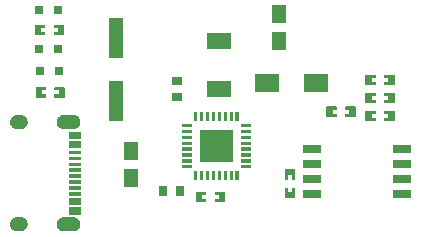
<source format=gtp>
G04*
G04 #@! TF.GenerationSoftware,Altium Limited,Altium Designer,20.2.6 (244)*
G04*
G04 Layer_Color=8421504*
%FSLAX25Y25*%
%MOIN*%
G70*
G04*
G04 #@! TF.SameCoordinates,3D68E59D-D58F-4EE4-A00C-4EB088E58223*
G04*
G04*
G04 #@! TF.FilePolarity,Positive*
G04*
G01*
G75*
%ADD17R,0.04724X0.13780*%
%ADD18R,0.05000X0.06000*%
%ADD19R,0.03543X0.03150*%
%ADD20R,0.08346X0.05512*%
%ADD21R,0.03150X0.03150*%
%ADD22R,0.07874X0.06272*%
%ADD23R,0.05906X0.03000*%
%ADD24R,0.03150X0.03543*%
G36*
X178477Y366310D02*
Y365357D01*
X177020D01*
Y364058D01*
X178477D01*
Y363160D01*
X178280Y362963D01*
X175130D01*
X174934Y363160D01*
Y366310D01*
X175130Y366507D01*
X178280D01*
X178477Y366310D01*
D02*
G37*
G36*
X184737Y366310D02*
Y363160D01*
X184540Y362963D01*
X181390D01*
X181193Y363160D01*
Y364113D01*
X182650D01*
Y365412D01*
X181193D01*
Y366310D01*
X181390Y366507D01*
X184540D01*
X184737Y366310D01*
D02*
G37*
G36*
X288642Y349575D02*
Y348622D01*
X287185D01*
Y347323D01*
X288642D01*
Y346425D01*
X288445Y346228D01*
X285295D01*
X285098Y346425D01*
Y349575D01*
X285295Y349772D01*
X288445D01*
X288642Y349575D01*
D02*
G37*
G36*
X294902Y349575D02*
Y346425D01*
X294705Y346228D01*
X291555D01*
X291358Y346425D01*
Y347378D01*
X292815D01*
Y348677D01*
X291358D01*
Y349575D01*
X291555Y349772D01*
X294705D01*
X294902Y349575D01*
D02*
G37*
G36*
X178733Y345510D02*
Y344557D01*
X177276D01*
Y343258D01*
X178733D01*
Y342360D01*
X178536Y342163D01*
X175387D01*
X175190Y342360D01*
Y345510D01*
X175387Y345707D01*
X178536D01*
X178733Y345510D01*
D02*
G37*
G36*
X184993Y345510D02*
Y342360D01*
X184796Y342163D01*
X181647D01*
X181450Y342360D01*
Y343313D01*
X182906D01*
Y344612D01*
X181450D01*
Y345510D01*
X181647Y345707D01*
X184796D01*
X184993Y345510D01*
D02*
G37*
G36*
X288642Y343575D02*
Y342622D01*
X287185D01*
Y341323D01*
X288642D01*
Y340425D01*
X288445Y340228D01*
X285295D01*
X285098Y340425D01*
Y343575D01*
X285295Y343772D01*
X288445D01*
X288642Y343575D01*
D02*
G37*
G36*
X294902Y343575D02*
Y340425D01*
X294705Y340228D01*
X291555D01*
X291358Y340425D01*
Y341378D01*
X292815D01*
Y342677D01*
X291358D01*
Y343575D01*
X291555Y343772D01*
X294705D01*
X294902Y343575D01*
D02*
G37*
G36*
X275642Y339075D02*
Y338122D01*
X274185D01*
Y336823D01*
X275642D01*
Y335925D01*
X275445Y335728D01*
X272295D01*
X272098Y335925D01*
Y339075D01*
X272295Y339272D01*
X275445D01*
X275642Y339075D01*
D02*
G37*
G36*
X281902Y339075D02*
Y335925D01*
X281705Y335728D01*
X278555D01*
X278358Y335925D01*
Y336878D01*
X279815D01*
Y338177D01*
X278358D01*
Y339075D01*
X278555Y339272D01*
X281705D01*
X281902Y339075D01*
D02*
G37*
G36*
X242933Y334267D02*
X241831D01*
Y337417D01*
X242933D01*
Y334267D01*
D02*
G37*
G36*
X240964D02*
X239862D01*
Y337417D01*
X240964D01*
Y334267D01*
D02*
G37*
G36*
X238996D02*
X237894D01*
Y337417D01*
X238996D01*
Y334267D01*
D02*
G37*
G36*
X237027D02*
X235925D01*
Y337417D01*
X237027D01*
Y334267D01*
D02*
G37*
G36*
X235059D02*
X233957D01*
Y337417D01*
X235059D01*
Y334267D01*
D02*
G37*
G36*
X233090D02*
X231988D01*
Y337417D01*
X233090D01*
Y334267D01*
D02*
G37*
G36*
X231122D02*
X230020D01*
Y337417D01*
X231122D01*
Y334267D01*
D02*
G37*
G36*
X229153D02*
X228051D01*
Y337417D01*
X229153D01*
Y334267D01*
D02*
G37*
G36*
X288642Y337575D02*
Y336622D01*
X287185D01*
Y335323D01*
X288642D01*
Y334425D01*
X288445Y334228D01*
X285295D01*
X285098Y334425D01*
Y337575D01*
X285295Y337772D01*
X288445D01*
X288642Y337575D01*
D02*
G37*
G36*
X294902Y337575D02*
Y334425D01*
X294705Y334228D01*
X291555D01*
X291358Y334425D01*
Y335378D01*
X292815D01*
Y336677D01*
X291358D01*
Y337575D01*
X291555Y337772D01*
X294705D01*
X294902Y337575D01*
D02*
G37*
G36*
X227233Y332345D02*
X224083D01*
Y333447D01*
X227233D01*
Y332345D01*
D02*
G37*
G36*
X246917Y332333D02*
X243767D01*
Y333435D01*
X246917D01*
Y332333D01*
D02*
G37*
G36*
X187878Y336387D02*
X187996Y336378D01*
X188112Y336363D01*
X188228Y336343D01*
X188343Y336317D01*
X188457Y336285D01*
X188568Y336247D01*
X188678Y336204D01*
X188785Y336156D01*
X188890Y336102D01*
X188992Y336043D01*
X189091Y335979D01*
X189187Y335911D01*
X189279Y335837D01*
X189367Y335759D01*
X189451Y335677D01*
X189531Y335591D01*
X189607Y335500D01*
X189678Y335406D01*
X189745Y335309D01*
X189806Y335209D01*
X189862Y335105D01*
X189913Y334999D01*
X189959Y334891D01*
X189999Y334780D01*
X190034Y334667D01*
X190063Y334553D01*
X190087Y334438D01*
X190104Y334321D01*
X190116Y334204D01*
X190122Y334086D01*
Y333969D01*
X190116Y333851D01*
X190104Y333734D01*
X190087Y333617D01*
X190063Y333502D01*
X190034Y333388D01*
X189999Y333275D01*
X189959Y333165D01*
X189913Y333056D01*
X189862Y332950D01*
X189806Y332846D01*
X189745Y332746D01*
X189678Y332649D01*
X189607Y332555D01*
X189531Y332465D01*
X189451Y332378D01*
X189367Y332296D01*
X189279Y332218D01*
X189187Y332144D01*
X189091Y332076D01*
X188992Y332012D01*
X188890Y331953D01*
X188785Y331899D01*
X188678Y331851D01*
X188568Y331808D01*
X188457Y331770D01*
X188343Y331738D01*
X188228Y331712D01*
X188112Y331692D01*
X187996Y331677D01*
X187878Y331668D01*
X187760Y331665D01*
X184611D01*
X184493Y331668D01*
X184376Y331677D01*
X184259Y331692D01*
X184143Y331712D01*
X184028Y331738D01*
X183914Y331770D01*
X183803Y331808D01*
X183693Y331851D01*
X183586Y331899D01*
X183481Y331953D01*
X183379Y332012D01*
X183280Y332076D01*
X183184Y332144D01*
X183092Y332218D01*
X183004Y332296D01*
X182920Y332378D01*
X182840Y332465D01*
X182764Y332555D01*
X182693Y332649D01*
X182626Y332746D01*
X182565Y332846D01*
X182509Y332950D01*
X182457Y333056D01*
X182412Y333165D01*
X182371Y333275D01*
X182337Y333388D01*
X182308Y333502D01*
X182284Y333617D01*
X182267Y333734D01*
X182255Y333851D01*
X182249Y333969D01*
Y334086D01*
X182255Y334204D01*
X182267Y334321D01*
X182284Y334438D01*
X182308Y334553D01*
X182337Y334667D01*
X182371Y334780D01*
X182412Y334891D01*
X182457Y334999D01*
X182509Y335105D01*
X182565Y335209D01*
X182626Y335309D01*
X182693Y335406D01*
X182764Y335500D01*
X182840Y335591D01*
X182920Y335677D01*
X183004Y335759D01*
X183092Y335837D01*
X183184Y335911D01*
X183280Y335979D01*
X183379Y336043D01*
X183481Y336102D01*
X183586Y336156D01*
X183693Y336204D01*
X183803Y336247D01*
X183914Y336285D01*
X184028Y336317D01*
X184143Y336343D01*
X184259Y336363D01*
X184376Y336378D01*
X184493Y336387D01*
X184611Y336390D01*
X187760D01*
X187878Y336387D01*
D02*
G37*
G36*
X170358D02*
X170475Y336378D01*
X170592Y336363D01*
X170708Y336343D01*
X170823Y336317D01*
X170936Y336285D01*
X171048Y336247D01*
X171158Y336204D01*
X171265Y336156D01*
X171370Y336102D01*
X171472Y336043D01*
X171571Y335979D01*
X171666Y335911D01*
X171758Y335837D01*
X171847Y335759D01*
X171931Y335677D01*
X172011Y335591D01*
X172087Y335500D01*
X172158Y335406D01*
X172224Y335309D01*
X172286Y335209D01*
X172342Y335105D01*
X172393Y334999D01*
X172439Y334891D01*
X172479Y334780D01*
X172514Y334667D01*
X172543Y334553D01*
X172566Y334438D01*
X172584Y334321D01*
X172596Y334204D01*
X172601Y334086D01*
Y333969D01*
X172596Y333851D01*
X172584Y333734D01*
X172566Y333617D01*
X172543Y333502D01*
X172514Y333388D01*
X172479Y333275D01*
X172439Y333165D01*
X172393Y333056D01*
X172342Y332950D01*
X172286Y332846D01*
X172224Y332746D01*
X172158Y332649D01*
X172087Y332555D01*
X172011Y332465D01*
X171931Y332378D01*
X171847Y332296D01*
X171758Y332218D01*
X171666Y332144D01*
X171571Y332076D01*
X171472Y332012D01*
X171370Y331953D01*
X171265Y331899D01*
X171158Y331851D01*
X171048Y331808D01*
X170936Y331770D01*
X170823Y331738D01*
X170708Y331712D01*
X170592Y331692D01*
X170475Y331677D01*
X170358Y331668D01*
X170240Y331665D01*
X169059D01*
X168941Y331668D01*
X168824Y331677D01*
X168707Y331692D01*
X168591Y331712D01*
X168476Y331738D01*
X168363Y331770D01*
X168251Y331808D01*
X168141Y331851D01*
X168034Y331899D01*
X167929Y331953D01*
X167827Y332012D01*
X167728Y332076D01*
X167633Y332144D01*
X167541Y332218D01*
X167452Y332296D01*
X167368Y332378D01*
X167288Y332465D01*
X167212Y332555D01*
X167141Y332649D01*
X167075Y332746D01*
X167013Y332846D01*
X166957Y332950D01*
X166906Y333056D01*
X166860Y333165D01*
X166820Y333275D01*
X166785Y333388D01*
X166756Y333502D01*
X166733Y333617D01*
X166715Y333734D01*
X166703Y333851D01*
X166697Y333969D01*
Y334086D01*
X166703Y334204D01*
X166715Y334321D01*
X166733Y334438D01*
X166756Y334553D01*
X166785Y334667D01*
X166820Y334780D01*
X166860Y334891D01*
X166906Y334999D01*
X166957Y335105D01*
X167013Y335209D01*
X167075Y335309D01*
X167141Y335406D01*
X167212Y335500D01*
X167288Y335591D01*
X167368Y335677D01*
X167452Y335759D01*
X167541Y335837D01*
X167633Y335911D01*
X167728Y335979D01*
X167827Y336043D01*
X167929Y336102D01*
X168034Y336156D01*
X168141Y336204D01*
X168251Y336247D01*
X168363Y336285D01*
X168476Y336317D01*
X168591Y336343D01*
X168707Y336363D01*
X168824Y336378D01*
X168941Y336387D01*
X169059Y336390D01*
X170240D01*
X170358Y336387D01*
D02*
G37*
G36*
X227233Y330376D02*
X224083D01*
Y331478D01*
X227233D01*
Y330376D01*
D02*
G37*
G36*
X246917Y330365D02*
X243767D01*
Y331467D01*
X246917D01*
Y330365D01*
D02*
G37*
G36*
X190516Y328417D02*
X186185D01*
Y330780D01*
X190516D01*
Y328417D01*
D02*
G37*
G36*
X227233Y328408D02*
X224083D01*
Y329510D01*
X227233D01*
Y328408D01*
D02*
G37*
G36*
X246917Y328396D02*
X243767D01*
Y329498D01*
X246917D01*
Y328396D01*
D02*
G37*
G36*
X227233Y326439D02*
X224083D01*
Y327541D01*
X227233D01*
Y326439D01*
D02*
G37*
G36*
X246917Y326428D02*
X243767D01*
Y327530D01*
X246917D01*
Y326428D01*
D02*
G37*
G36*
X190516Y325267D02*
X186185D01*
Y327630D01*
X190516D01*
Y325267D01*
D02*
G37*
G36*
X227233Y324471D02*
X224083D01*
Y325573D01*
X227233D01*
Y324471D01*
D02*
G37*
G36*
X246917Y324459D02*
X243767D01*
Y325561D01*
X246917D01*
Y324459D01*
D02*
G37*
G36*
X190516Y323299D02*
X186185D01*
Y324480D01*
X190516D01*
Y323299D01*
D02*
G37*
G36*
X227233Y322502D02*
X224083D01*
Y323604D01*
X227233D01*
Y322502D01*
D02*
G37*
G36*
X246917Y322491D02*
X243767D01*
Y323593D01*
X246917D01*
Y322491D01*
D02*
G37*
G36*
X190516Y321330D02*
X186185D01*
Y322511D01*
X190516D01*
Y321330D01*
D02*
G37*
G36*
X240854Y320646D02*
X230146D01*
Y331354D01*
X240854D01*
Y320646D01*
D02*
G37*
G36*
X227233Y320534D02*
X224083D01*
Y321636D01*
X227233D01*
Y320534D01*
D02*
G37*
G36*
X246917Y320522D02*
X243767D01*
Y321624D01*
X246917D01*
Y320522D01*
D02*
G37*
G36*
X190516Y319362D02*
X186185D01*
Y320543D01*
X190516D01*
Y319362D01*
D02*
G37*
G36*
X227233Y318565D02*
X224083D01*
Y319667D01*
X227233D01*
Y318565D01*
D02*
G37*
G36*
X246917Y318559D02*
X243767D01*
Y319661D01*
X246917D01*
Y318559D01*
D02*
G37*
G36*
X190516Y317394D02*
X186185D01*
Y318575D01*
X190516D01*
Y317394D01*
D02*
G37*
G36*
Y315425D02*
X186185D01*
Y316606D01*
X190516D01*
Y315425D01*
D02*
G37*
G36*
X261772Y318205D02*
Y315055D01*
X261575Y314858D01*
X260622D01*
Y316315D01*
X259323D01*
Y314858D01*
X258425D01*
X258228Y315055D01*
Y318205D01*
X258425Y318402D01*
X261575D01*
X261772Y318205D01*
D02*
G37*
G36*
X242941Y314583D02*
X241839D01*
Y317733D01*
X242941D01*
Y314583D01*
D02*
G37*
G36*
X240972D02*
X239870D01*
Y317733D01*
X240972D01*
Y314583D01*
D02*
G37*
G36*
X239004D02*
X237902D01*
Y317733D01*
X239004D01*
Y314583D01*
D02*
G37*
G36*
X237035D02*
X235933D01*
Y317733D01*
X237035D01*
Y314583D01*
D02*
G37*
G36*
X235067D02*
X233965D01*
Y317733D01*
X235067D01*
Y314583D01*
D02*
G37*
G36*
X233098D02*
X231996D01*
Y317733D01*
X233098D01*
Y314583D01*
D02*
G37*
G36*
X231130D02*
X230028D01*
Y317733D01*
X231130D01*
Y314583D01*
D02*
G37*
G36*
X229161D02*
X228059D01*
Y317733D01*
X229161D01*
Y314583D01*
D02*
G37*
G36*
X190516Y313457D02*
X186185D01*
Y314638D01*
X190516D01*
Y313457D01*
D02*
G37*
G36*
Y311488D02*
X186185D01*
Y312669D01*
X190516D01*
Y311488D01*
D02*
G37*
G36*
X261772Y311945D02*
Y308795D01*
X261575Y308598D01*
X258425D01*
X258228Y308795D01*
Y311945D01*
X258425Y312142D01*
X259378D01*
Y310685D01*
X260677D01*
Y312142D01*
X261575D01*
X261772Y311945D01*
D02*
G37*
G36*
X190516Y309519D02*
X186185D01*
Y310700D01*
X190516D01*
Y309519D01*
D02*
G37*
G36*
X232142Y310575D02*
Y309622D01*
X230685D01*
Y308323D01*
X232142D01*
Y307425D01*
X231945Y307228D01*
X228795D01*
X228598Y307425D01*
Y310575D01*
X228795Y310772D01*
X231945D01*
X232142Y310575D01*
D02*
G37*
G36*
X238402Y310575D02*
Y307425D01*
X238205Y307228D01*
X235055D01*
X234858Y307425D01*
Y308378D01*
X236315D01*
Y309677D01*
X234858D01*
Y310575D01*
X235055Y310772D01*
X238205D01*
X238402Y310575D01*
D02*
G37*
G36*
X190516Y306369D02*
X186185D01*
Y308732D01*
X190516D01*
Y306369D01*
D02*
G37*
G36*
Y303220D02*
X186185D01*
Y305583D01*
X190516D01*
Y303220D01*
D02*
G37*
G36*
X187878Y302332D02*
X187996Y302323D01*
X188112Y302308D01*
X188228Y302288D01*
X188343Y302262D01*
X188457Y302230D01*
X188568Y302192D01*
X188678Y302149D01*
X188785Y302101D01*
X188890Y302047D01*
X188992Y301988D01*
X189091Y301924D01*
X189187Y301855D01*
X189279Y301782D01*
X189367Y301704D01*
X189451Y301622D01*
X189531Y301536D01*
X189607Y301445D01*
X189678Y301351D01*
X189745Y301254D01*
X189806Y301154D01*
X189862Y301050D01*
X189913Y300944D01*
X189959Y300835D01*
X189999Y300725D01*
X190034Y300612D01*
X190063Y300498D01*
X190087Y300383D01*
X190104Y300266D01*
X190116Y300149D01*
X190122Y300031D01*
Y299914D01*
X190116Y299796D01*
X190104Y299679D01*
X190087Y299562D01*
X190063Y299447D01*
X190034Y299333D01*
X189999Y299220D01*
X189959Y299110D01*
X189913Y299001D01*
X189862Y298895D01*
X189806Y298791D01*
X189745Y298691D01*
X189678Y298594D01*
X189607Y298500D01*
X189531Y298410D01*
X189451Y298323D01*
X189367Y298241D01*
X189279Y298163D01*
X189187Y298090D01*
X189091Y298021D01*
X188992Y297957D01*
X188890Y297898D01*
X188785Y297844D01*
X188678Y297796D01*
X188568Y297753D01*
X188457Y297715D01*
X188343Y297683D01*
X188228Y297657D01*
X188112Y297637D01*
X187996Y297622D01*
X187878Y297613D01*
X187760Y297610D01*
X184611D01*
X184493Y297613D01*
X184376Y297622D01*
X184259Y297637D01*
X184143Y297657D01*
X184028Y297683D01*
X183914Y297715D01*
X183803Y297753D01*
X183693Y297796D01*
X183586Y297844D01*
X183481Y297898D01*
X183379Y297957D01*
X183280Y298021D01*
X183184Y298090D01*
X183092Y298163D01*
X183004Y298241D01*
X182920Y298323D01*
X182840Y298410D01*
X182764Y298500D01*
X182693Y298594D01*
X182626Y298691D01*
X182565Y298791D01*
X182509Y298895D01*
X182457Y299001D01*
X182412Y299110D01*
X182371Y299220D01*
X182337Y299333D01*
X182308Y299447D01*
X182284Y299562D01*
X182267Y299679D01*
X182255Y299796D01*
X182249Y299914D01*
Y300031D01*
X182255Y300149D01*
X182267Y300266D01*
X182284Y300383D01*
X182308Y300498D01*
X182337Y300612D01*
X182371Y300725D01*
X182412Y300835D01*
X182457Y300944D01*
X182509Y301050D01*
X182565Y301154D01*
X182626Y301254D01*
X182693Y301351D01*
X182764Y301445D01*
X182840Y301536D01*
X182920Y301622D01*
X183004Y301704D01*
X183092Y301782D01*
X183184Y301855D01*
X183280Y301924D01*
X183379Y301988D01*
X183481Y302047D01*
X183586Y302101D01*
X183693Y302149D01*
X183803Y302192D01*
X183914Y302230D01*
X184028Y302262D01*
X184143Y302288D01*
X184259Y302308D01*
X184376Y302323D01*
X184493Y302332D01*
X184611Y302335D01*
X187760D01*
X187878Y302332D01*
D02*
G37*
G36*
X170358D02*
X170475Y302323D01*
X170592Y302308D01*
X170708Y302288D01*
X170823Y302262D01*
X170936Y302230D01*
X171048Y302192D01*
X171158Y302149D01*
X171265Y302101D01*
X171370Y302047D01*
X171472Y301988D01*
X171571Y301924D01*
X171666Y301855D01*
X171758Y301782D01*
X171847Y301704D01*
X171931Y301622D01*
X172011Y301536D01*
X172087Y301445D01*
X172158Y301351D01*
X172224Y301254D01*
X172286Y301154D01*
X172342Y301050D01*
X172393Y300944D01*
X172439Y300835D01*
X172479Y300725D01*
X172514Y300612D01*
X172543Y300498D01*
X172566Y300383D01*
X172584Y300266D01*
X172596Y300149D01*
X172601Y300031D01*
Y299914D01*
X172596Y299796D01*
X172584Y299679D01*
X172566Y299562D01*
X172543Y299447D01*
X172514Y299333D01*
X172479Y299220D01*
X172439Y299110D01*
X172393Y299001D01*
X172342Y298895D01*
X172286Y298791D01*
X172224Y298691D01*
X172158Y298594D01*
X172087Y298500D01*
X172011Y298410D01*
X171931Y298323D01*
X171847Y298241D01*
X171758Y298163D01*
X171666Y298090D01*
X171571Y298021D01*
X171472Y297957D01*
X171370Y297898D01*
X171265Y297844D01*
X171158Y297796D01*
X171048Y297753D01*
X170936Y297715D01*
X170823Y297683D01*
X170708Y297657D01*
X170592Y297637D01*
X170475Y297622D01*
X170358Y297613D01*
X170240Y297610D01*
X169059D01*
X168941Y297613D01*
X168824Y297622D01*
X168707Y297637D01*
X168591Y297657D01*
X168476Y297683D01*
X168363Y297715D01*
X168251Y297753D01*
X168141Y297796D01*
X168034Y297844D01*
X167929Y297898D01*
X167827Y297957D01*
X167728Y298021D01*
X167633Y298090D01*
X167541Y298163D01*
X167452Y298241D01*
X167368Y298323D01*
X167288Y298410D01*
X167212Y298500D01*
X167141Y298594D01*
X167075Y298691D01*
X167013Y298791D01*
X166957Y298895D01*
X166906Y299001D01*
X166860Y299110D01*
X166820Y299220D01*
X166785Y299333D01*
X166756Y299447D01*
X166733Y299562D01*
X166715Y299679D01*
X166703Y299796D01*
X166697Y299914D01*
Y300031D01*
X166703Y300149D01*
X166715Y300266D01*
X166733Y300383D01*
X166756Y300498D01*
X166785Y300612D01*
X166820Y300725D01*
X166860Y300835D01*
X166906Y300944D01*
X166957Y301050D01*
X167013Y301154D01*
X167075Y301254D01*
X167141Y301351D01*
X167212Y301445D01*
X167288Y301536D01*
X167368Y301622D01*
X167452Y301704D01*
X167541Y301782D01*
X167633Y301855D01*
X167728Y301924D01*
X167827Y301988D01*
X167929Y302047D01*
X168034Y302101D01*
X168141Y302149D01*
X168251Y302192D01*
X168363Y302230D01*
X168476Y302262D01*
X168591Y302288D01*
X168707Y302308D01*
X168824Y302323D01*
X168941Y302332D01*
X169059Y302335D01*
X170240D01*
X170358Y302332D01*
D02*
G37*
D17*
X202000Y340988D02*
D03*
Y362012D02*
D03*
D18*
X207000Y324500D02*
D03*
Y315500D02*
D03*
X256500Y369984D02*
D03*
Y360984D02*
D03*
D19*
X222500Y342244D02*
D03*
Y347756D02*
D03*
D20*
X236500Y345016D02*
D03*
Y360984D02*
D03*
D21*
X182619Y371488D02*
D03*
X176323Y371461D02*
D03*
X176439Y358244D02*
D03*
X182735Y358271D02*
D03*
X182869Y350972D02*
D03*
X176573Y350945D02*
D03*
D22*
X268768Y347000D02*
D03*
X252232D02*
D03*
D23*
X297500Y315000D02*
D03*
X267500D02*
D03*
Y320000D02*
D03*
X297500D02*
D03*
Y325000D02*
D03*
X267500D02*
D03*
Y310000D02*
D03*
X297500D02*
D03*
D24*
X223256Y311000D02*
D03*
X217744D02*
D03*
M02*

</source>
